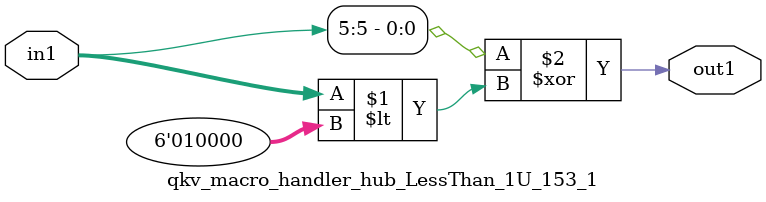
<source format=v>

`timescale 1ps / 1ps


module qkv_macro_handler_hub_LessThan_1U_153_1( in1, out1 );

    input [5:0] in1;
    output out1;

    
    // rtl_process:qkv_macro_handler_hub_LessThan_1U_11_1/qkv_macro_handler_hub_LessThan_1U_11_1_thread_1
    assign out1 = (in1[5] ^ in1 < 6'd16);

endmodule





</source>
